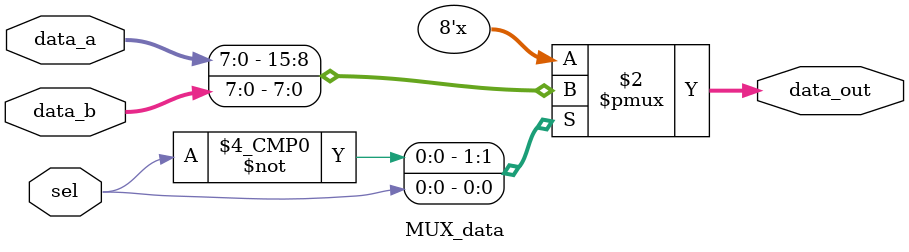
<source format=v>
`timescale 1ns / 1ps
module MUX_data(
    input wire sel,
    input wire [7:0] data_a,
    input wire [7:0] data_b,
    output reg [7:0] data_out
    );

always @*
begin
	case (sel)
			1'b0: data_out = data_a;
			1'b1: data_out = data_b;
		endcase
end

endmodule

</source>
